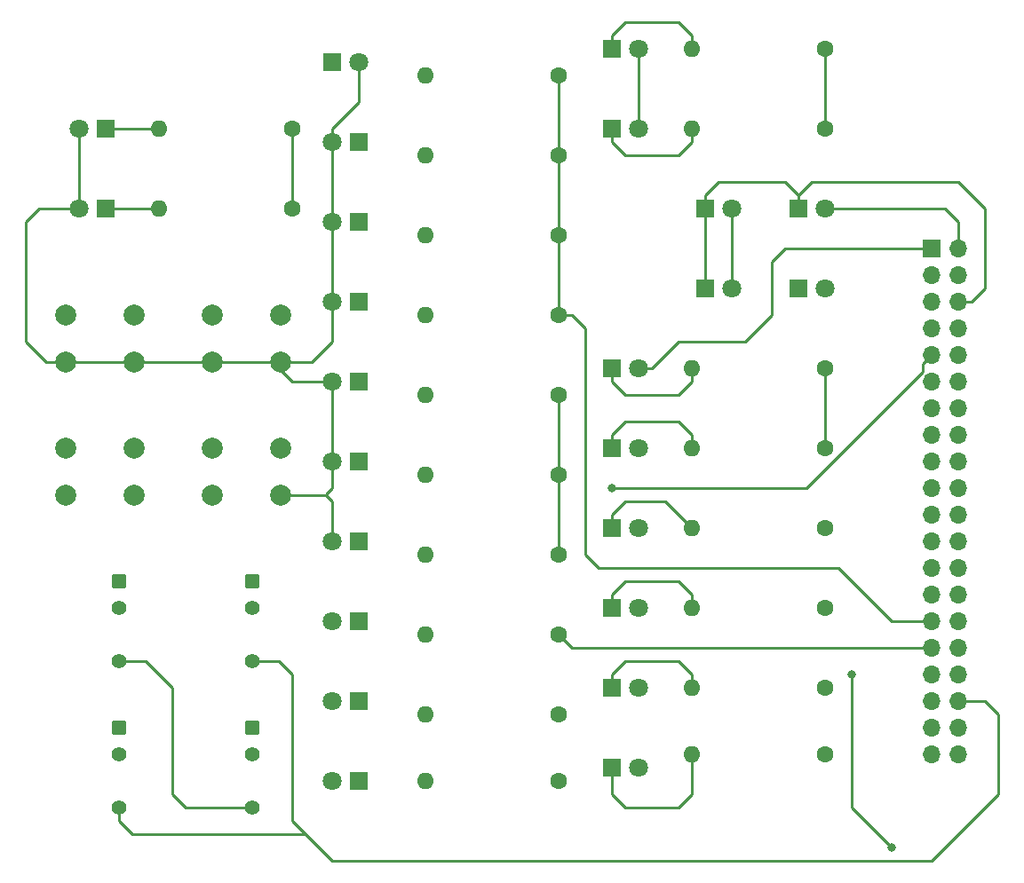
<source format=gbr>
G04 #@! TF.GenerationSoftware,KiCad,Pcbnew,(5.1.5)-3*
G04 #@! TF.CreationDate,2020-04-13T15:09:24+01:00*
G04 #@! TF.ProjectId,TL1,544c312e-6b69-4636-9164-5f7063625858,rev?*
G04 #@! TF.SameCoordinates,Original*
G04 #@! TF.FileFunction,Copper,L1,Top*
G04 #@! TF.FilePolarity,Positive*
%FSLAX46Y46*%
G04 Gerber Fmt 4.6, Leading zero omitted, Abs format (unit mm)*
G04 Created by KiCad (PCBNEW (5.1.5)-3) date 2020-04-13 15:09:24*
%MOMM*%
%LPD*%
G04 APERTURE LIST*
%ADD10C,1.800000*%
%ADD11R,1.800000X1.800000*%
%ADD12C,1.400000*%
%ADD13C,0.100000*%
%ADD14C,2.000000*%
%ADD15O,1.600000X1.600000*%
%ADD16C,1.600000*%
%ADD17O,1.700000X1.700000*%
%ADD18R,1.700000X1.700000*%
%ADD19C,0.800000*%
%ADD20C,0.250000*%
G04 APERTURE END LIST*
D10*
X101600000Y-64770000D03*
D11*
X104140000Y-64770000D03*
D10*
X101600000Y-57150000D03*
D11*
X104140000Y-57150000D03*
D10*
X154940000Y-49530000D03*
D11*
X152400000Y-49530000D03*
D10*
X154940000Y-57150000D03*
D11*
X152400000Y-57150000D03*
D12*
X105410000Y-121920000D03*
X105410000Y-116840000D03*
G04 #@! TA.AperFunction,ComponentPad*
D13*
G36*
X105885226Y-113601200D02*
G01*
X105909417Y-113604788D01*
X105933139Y-113610730D01*
X105956165Y-113618969D01*
X105978272Y-113629425D01*
X105999248Y-113641998D01*
X106018891Y-113656566D01*
X106037011Y-113672989D01*
X106053434Y-113691109D01*
X106068002Y-113710752D01*
X106080575Y-113731728D01*
X106091031Y-113753835D01*
X106099270Y-113776861D01*
X106105212Y-113800583D01*
X106108800Y-113824774D01*
X106110000Y-113849200D01*
X106110000Y-114750800D01*
X106108800Y-114775226D01*
X106105212Y-114799417D01*
X106099270Y-114823139D01*
X106091031Y-114846165D01*
X106080575Y-114868272D01*
X106068002Y-114889248D01*
X106053434Y-114908891D01*
X106037011Y-114927011D01*
X106018891Y-114943434D01*
X105999248Y-114958002D01*
X105978272Y-114970575D01*
X105956165Y-114981031D01*
X105933139Y-114989270D01*
X105909417Y-114995212D01*
X105885226Y-114998800D01*
X105860800Y-115000000D01*
X104959200Y-115000000D01*
X104934774Y-114998800D01*
X104910583Y-114995212D01*
X104886861Y-114989270D01*
X104863835Y-114981031D01*
X104841728Y-114970575D01*
X104820752Y-114958002D01*
X104801109Y-114943434D01*
X104782989Y-114927011D01*
X104766566Y-114908891D01*
X104751998Y-114889248D01*
X104739425Y-114868272D01*
X104728969Y-114846165D01*
X104720730Y-114823139D01*
X104714788Y-114799417D01*
X104711200Y-114775226D01*
X104710000Y-114750800D01*
X104710000Y-113849200D01*
X104711200Y-113824774D01*
X104714788Y-113800583D01*
X104720730Y-113776861D01*
X104728969Y-113753835D01*
X104739425Y-113731728D01*
X104751998Y-113710752D01*
X104766566Y-113691109D01*
X104782989Y-113672989D01*
X104801109Y-113656566D01*
X104820752Y-113641998D01*
X104841728Y-113629425D01*
X104863835Y-113618969D01*
X104886861Y-113610730D01*
X104910583Y-113604788D01*
X104934774Y-113601200D01*
X104959200Y-113600000D01*
X105860800Y-113600000D01*
X105885226Y-113601200D01*
G37*
G04 #@! TD.AperFunction*
D12*
X118110000Y-107950000D03*
X118110000Y-102870000D03*
G04 #@! TA.AperFunction,ComponentPad*
D13*
G36*
X118585226Y-99631200D02*
G01*
X118609417Y-99634788D01*
X118633139Y-99640730D01*
X118656165Y-99648969D01*
X118678272Y-99659425D01*
X118699248Y-99671998D01*
X118718891Y-99686566D01*
X118737011Y-99702989D01*
X118753434Y-99721109D01*
X118768002Y-99740752D01*
X118780575Y-99761728D01*
X118791031Y-99783835D01*
X118799270Y-99806861D01*
X118805212Y-99830583D01*
X118808800Y-99854774D01*
X118810000Y-99879200D01*
X118810000Y-100780800D01*
X118808800Y-100805226D01*
X118805212Y-100829417D01*
X118799270Y-100853139D01*
X118791031Y-100876165D01*
X118780575Y-100898272D01*
X118768002Y-100919248D01*
X118753434Y-100938891D01*
X118737011Y-100957011D01*
X118718891Y-100973434D01*
X118699248Y-100988002D01*
X118678272Y-101000575D01*
X118656165Y-101011031D01*
X118633139Y-101019270D01*
X118609417Y-101025212D01*
X118585226Y-101028800D01*
X118560800Y-101030000D01*
X117659200Y-101030000D01*
X117634774Y-101028800D01*
X117610583Y-101025212D01*
X117586861Y-101019270D01*
X117563835Y-101011031D01*
X117541728Y-101000575D01*
X117520752Y-100988002D01*
X117501109Y-100973434D01*
X117482989Y-100957011D01*
X117466566Y-100938891D01*
X117451998Y-100919248D01*
X117439425Y-100898272D01*
X117428969Y-100876165D01*
X117420730Y-100853139D01*
X117414788Y-100829417D01*
X117411200Y-100805226D01*
X117410000Y-100780800D01*
X117410000Y-99879200D01*
X117411200Y-99854774D01*
X117414788Y-99830583D01*
X117420730Y-99806861D01*
X117428969Y-99783835D01*
X117439425Y-99761728D01*
X117451998Y-99740752D01*
X117466566Y-99721109D01*
X117482989Y-99702989D01*
X117501109Y-99686566D01*
X117520752Y-99671998D01*
X117541728Y-99659425D01*
X117563835Y-99648969D01*
X117586861Y-99640730D01*
X117610583Y-99634788D01*
X117634774Y-99631200D01*
X117659200Y-99630000D01*
X118560800Y-99630000D01*
X118585226Y-99631200D01*
G37*
G04 #@! TD.AperFunction*
D12*
X105410000Y-107950000D03*
X105410000Y-102870000D03*
G04 #@! TA.AperFunction,ComponentPad*
D13*
G36*
X105885226Y-99631200D02*
G01*
X105909417Y-99634788D01*
X105933139Y-99640730D01*
X105956165Y-99648969D01*
X105978272Y-99659425D01*
X105999248Y-99671998D01*
X106018891Y-99686566D01*
X106037011Y-99702989D01*
X106053434Y-99721109D01*
X106068002Y-99740752D01*
X106080575Y-99761728D01*
X106091031Y-99783835D01*
X106099270Y-99806861D01*
X106105212Y-99830583D01*
X106108800Y-99854774D01*
X106110000Y-99879200D01*
X106110000Y-100780800D01*
X106108800Y-100805226D01*
X106105212Y-100829417D01*
X106099270Y-100853139D01*
X106091031Y-100876165D01*
X106080575Y-100898272D01*
X106068002Y-100919248D01*
X106053434Y-100938891D01*
X106037011Y-100957011D01*
X106018891Y-100973434D01*
X105999248Y-100988002D01*
X105978272Y-101000575D01*
X105956165Y-101011031D01*
X105933139Y-101019270D01*
X105909417Y-101025212D01*
X105885226Y-101028800D01*
X105860800Y-101030000D01*
X104959200Y-101030000D01*
X104934774Y-101028800D01*
X104910583Y-101025212D01*
X104886861Y-101019270D01*
X104863835Y-101011031D01*
X104841728Y-101000575D01*
X104820752Y-100988002D01*
X104801109Y-100973434D01*
X104782989Y-100957011D01*
X104766566Y-100938891D01*
X104751998Y-100919248D01*
X104739425Y-100898272D01*
X104728969Y-100876165D01*
X104720730Y-100853139D01*
X104714788Y-100829417D01*
X104711200Y-100805226D01*
X104710000Y-100780800D01*
X104710000Y-99879200D01*
X104711200Y-99854774D01*
X104714788Y-99830583D01*
X104720730Y-99806861D01*
X104728969Y-99783835D01*
X104739425Y-99761728D01*
X104751998Y-99740752D01*
X104766566Y-99721109D01*
X104782989Y-99702989D01*
X104801109Y-99686566D01*
X104820752Y-99671998D01*
X104841728Y-99659425D01*
X104863835Y-99648969D01*
X104886861Y-99640730D01*
X104910583Y-99634788D01*
X104934774Y-99631200D01*
X104959200Y-99630000D01*
X105860800Y-99630000D01*
X105885226Y-99631200D01*
G37*
G04 #@! TD.AperFunction*
D12*
X118110000Y-121920000D03*
X118110000Y-116840000D03*
G04 #@! TA.AperFunction,ComponentPad*
D13*
G36*
X118585226Y-113601200D02*
G01*
X118609417Y-113604788D01*
X118633139Y-113610730D01*
X118656165Y-113618969D01*
X118678272Y-113629425D01*
X118699248Y-113641998D01*
X118718891Y-113656566D01*
X118737011Y-113672989D01*
X118753434Y-113691109D01*
X118768002Y-113710752D01*
X118780575Y-113731728D01*
X118791031Y-113753835D01*
X118799270Y-113776861D01*
X118805212Y-113800583D01*
X118808800Y-113824774D01*
X118810000Y-113849200D01*
X118810000Y-114750800D01*
X118808800Y-114775226D01*
X118805212Y-114799417D01*
X118799270Y-114823139D01*
X118791031Y-114846165D01*
X118780575Y-114868272D01*
X118768002Y-114889248D01*
X118753434Y-114908891D01*
X118737011Y-114927011D01*
X118718891Y-114943434D01*
X118699248Y-114958002D01*
X118678272Y-114970575D01*
X118656165Y-114981031D01*
X118633139Y-114989270D01*
X118609417Y-114995212D01*
X118585226Y-114998800D01*
X118560800Y-115000000D01*
X117659200Y-115000000D01*
X117634774Y-114998800D01*
X117610583Y-114995212D01*
X117586861Y-114989270D01*
X117563835Y-114981031D01*
X117541728Y-114970575D01*
X117520752Y-114958002D01*
X117501109Y-114943434D01*
X117482989Y-114927011D01*
X117466566Y-114908891D01*
X117451998Y-114889248D01*
X117439425Y-114868272D01*
X117428969Y-114846165D01*
X117420730Y-114823139D01*
X117414788Y-114799417D01*
X117411200Y-114775226D01*
X117410000Y-114750800D01*
X117410000Y-113849200D01*
X117411200Y-113824774D01*
X117414788Y-113800583D01*
X117420730Y-113776861D01*
X117428969Y-113753835D01*
X117439425Y-113731728D01*
X117451998Y-113710752D01*
X117466566Y-113691109D01*
X117482989Y-113672989D01*
X117501109Y-113656566D01*
X117520752Y-113641998D01*
X117541728Y-113629425D01*
X117563835Y-113618969D01*
X117586861Y-113610730D01*
X117610583Y-113604788D01*
X117634774Y-113601200D01*
X117659200Y-113600000D01*
X118560800Y-113600000D01*
X118585226Y-113601200D01*
G37*
G04 #@! TD.AperFunction*
D14*
X106830000Y-74930000D03*
X106830000Y-79430000D03*
X100330000Y-74930000D03*
X100330000Y-79430000D03*
X120800000Y-74930000D03*
X120800000Y-79430000D03*
X114300000Y-74930000D03*
X114300000Y-79430000D03*
X106830000Y-87630000D03*
X106830000Y-92130000D03*
X100330000Y-87630000D03*
X100330000Y-92130000D03*
X120800000Y-87630000D03*
X120800000Y-92130000D03*
X114300000Y-87630000D03*
X114300000Y-92130000D03*
D10*
X125730000Y-104140000D03*
D11*
X128270000Y-104140000D03*
D10*
X125730000Y-73660000D03*
D11*
X128270000Y-73660000D03*
D10*
X125730000Y-66040000D03*
D11*
X128270000Y-66040000D03*
D10*
X125730000Y-58420000D03*
D11*
X128270000Y-58420000D03*
D10*
X128270000Y-50800000D03*
D11*
X125730000Y-50800000D03*
D10*
X125730000Y-96520000D03*
D11*
X128270000Y-96520000D03*
D10*
X125730000Y-88900000D03*
D11*
X128270000Y-88900000D03*
D10*
X125730000Y-81280000D03*
D11*
X128270000Y-81280000D03*
D10*
X154940000Y-102870000D03*
D11*
X152400000Y-102870000D03*
D10*
X154940000Y-95250000D03*
D11*
X152400000Y-95250000D03*
D10*
X154940000Y-87630000D03*
D11*
X152400000Y-87630000D03*
D10*
X154940000Y-80010000D03*
D11*
X152400000Y-80010000D03*
D15*
X109220000Y-64770000D03*
D16*
X121920000Y-64770000D03*
D15*
X109220000Y-57150000D03*
D16*
X121920000Y-57150000D03*
D15*
X160020000Y-49530000D03*
D16*
X172720000Y-49530000D03*
D15*
X160020000Y-57150000D03*
D16*
X172720000Y-57150000D03*
D15*
X134620000Y-105410000D03*
D16*
X147320000Y-105410000D03*
D15*
X134620000Y-97790000D03*
D16*
X147320000Y-97790000D03*
D15*
X134620000Y-90170000D03*
D16*
X147320000Y-90170000D03*
D15*
X134620000Y-82550000D03*
D16*
X147320000Y-82550000D03*
D15*
X134620000Y-74930000D03*
D16*
X147320000Y-74930000D03*
D15*
X134620000Y-67310000D03*
D16*
X147320000Y-67310000D03*
D15*
X134620000Y-59690000D03*
D16*
X147320000Y-59690000D03*
D15*
X134620000Y-52070000D03*
D16*
X147320000Y-52070000D03*
D15*
X160020000Y-116840000D03*
D16*
X172720000Y-116840000D03*
D15*
X160020000Y-110490000D03*
D16*
X172720000Y-110490000D03*
D15*
X134620000Y-119380000D03*
D16*
X147320000Y-119380000D03*
D15*
X134620000Y-113030000D03*
D16*
X147320000Y-113030000D03*
D15*
X160020000Y-102870000D03*
D16*
X172720000Y-102870000D03*
D15*
X160020000Y-95250000D03*
D16*
X172720000Y-95250000D03*
D15*
X160020000Y-87630000D03*
D16*
X172720000Y-87630000D03*
D15*
X160020000Y-80010000D03*
D16*
X172720000Y-80010000D03*
D17*
X185420000Y-116840000D03*
X182880000Y-116840000D03*
X185420000Y-114300000D03*
X182880000Y-114300000D03*
X185420000Y-111760000D03*
X182880000Y-111760000D03*
X185420000Y-109220000D03*
X182880000Y-109220000D03*
X185420000Y-106680000D03*
X182880000Y-106680000D03*
X185420000Y-104140000D03*
X182880000Y-104140000D03*
X185420000Y-101600000D03*
X182880000Y-101600000D03*
X185420000Y-99060000D03*
X182880000Y-99060000D03*
X185420000Y-96520000D03*
X182880000Y-96520000D03*
X185420000Y-93980000D03*
X182880000Y-93980000D03*
X185420000Y-91440000D03*
X182880000Y-91440000D03*
X185420000Y-88900000D03*
X182880000Y-88900000D03*
X185420000Y-86360000D03*
X182880000Y-86360000D03*
X185420000Y-83820000D03*
X182880000Y-83820000D03*
X185420000Y-81280000D03*
X182880000Y-81280000D03*
X185420000Y-78740000D03*
X182880000Y-78740000D03*
X185420000Y-76200000D03*
X182880000Y-76200000D03*
X185420000Y-73660000D03*
X182880000Y-73660000D03*
X185420000Y-71120000D03*
X182880000Y-71120000D03*
X185420000Y-68580000D03*
D18*
X182880000Y-68580000D03*
D10*
X172720000Y-72390000D03*
D11*
X170180000Y-72390000D03*
D10*
X172720000Y-64770000D03*
D11*
X170180000Y-64770000D03*
D10*
X163830000Y-72390000D03*
D11*
X161290000Y-72390000D03*
D10*
X163830000Y-64770000D03*
D11*
X161290000Y-64770000D03*
D10*
X154940000Y-118110000D03*
D11*
X152400000Y-118110000D03*
D10*
X154940000Y-110490000D03*
D11*
X152400000Y-110490000D03*
D10*
X125730000Y-119380000D03*
D11*
X128270000Y-119380000D03*
D10*
X125730000Y-111760000D03*
D11*
X128270000Y-111760000D03*
D19*
X179070000Y-125730000D03*
X175260000Y-109220000D03*
X152400000Y-91440000D03*
D20*
X156210000Y-80010000D02*
X154940000Y-80010000D01*
X158750000Y-77470000D02*
X156210000Y-80010000D01*
X168910000Y-68580000D02*
X167640000Y-69850000D01*
X182880000Y-68580000D02*
X168910000Y-68580000D01*
X167640000Y-74930000D02*
X165100000Y-77470000D01*
X167640000Y-69850000D02*
X167640000Y-74930000D01*
X165100000Y-77470000D02*
X158750000Y-77470000D01*
X152400000Y-110490000D02*
X152400000Y-109220000D01*
X152400000Y-109220000D02*
X153670000Y-107950000D01*
X153670000Y-107950000D02*
X158750000Y-107950000D01*
X158750000Y-107950000D02*
X160020000Y-109220000D01*
X160020000Y-109220000D02*
X160020000Y-110490000D01*
X158750000Y-121920000D02*
X160020000Y-120650000D01*
X153670000Y-121920000D02*
X158750000Y-121920000D01*
X160020000Y-120650000D02*
X160020000Y-116840000D01*
X152400000Y-118110000D02*
X152400000Y-120650000D01*
X152400000Y-120650000D02*
X153670000Y-121920000D01*
X163830000Y-64770000D02*
X163830000Y-72390000D01*
X171450000Y-62230000D02*
X170180000Y-63500000D01*
X187960000Y-64770000D02*
X185420000Y-62230000D01*
X186690000Y-73660000D02*
X187960000Y-72390000D01*
X185420000Y-62230000D02*
X171450000Y-62230000D01*
X185420000Y-73660000D02*
X186690000Y-73660000D01*
X187960000Y-72390000D02*
X187960000Y-64770000D01*
X161290000Y-64770000D02*
X161290000Y-63500000D01*
X161290000Y-63500000D02*
X162560000Y-62230000D01*
X162560000Y-62230000D02*
X168910000Y-62230000D01*
X168910000Y-62230000D02*
X170180000Y-63500000D01*
X170180000Y-63500000D02*
X170180000Y-64770000D01*
X161290000Y-64770000D02*
X161290000Y-72390000D01*
X172720000Y-64770000D02*
X184150000Y-64770000D01*
X184150000Y-64770000D02*
X185420000Y-66040000D01*
X185420000Y-66040000D02*
X185420000Y-68580000D01*
X185420000Y-111760000D02*
X186690000Y-111760000D01*
X185420000Y-111760000D02*
X187960000Y-111760000D01*
X187960000Y-111760000D02*
X189230000Y-113030000D01*
X189230000Y-113030000D02*
X189230000Y-120650000D01*
X189230000Y-120650000D02*
X185420000Y-124460000D01*
X123190000Y-124460000D02*
X121920000Y-123190000D01*
X121920000Y-123190000D02*
X121920000Y-109220000D01*
X121920000Y-109220000D02*
X120650000Y-107950000D01*
X120650000Y-107950000D02*
X118110000Y-107950000D01*
X123190000Y-124460000D02*
X106680000Y-124460000D01*
X106680000Y-124460000D02*
X105410000Y-123190000D01*
X105410000Y-123190000D02*
X105410000Y-121920000D01*
X185420000Y-124460000D02*
X182880000Y-127000000D01*
X182880000Y-127000000D02*
X125730000Y-127000000D01*
X125730000Y-127000000D02*
X123190000Y-124460000D01*
X182880000Y-106680000D02*
X148590000Y-106680000D01*
X148590000Y-106680000D02*
X147320000Y-105410000D01*
X147320000Y-97790000D02*
X147320000Y-90170000D01*
X147320000Y-90170000D02*
X147320000Y-82550000D01*
X182880000Y-104140000D02*
X179070000Y-104140000D01*
X179070000Y-104140000D02*
X173990000Y-99060000D01*
X173990000Y-99060000D02*
X151130000Y-99060000D01*
X151130000Y-99060000D02*
X149860000Y-97790000D01*
X149860000Y-97790000D02*
X149860000Y-76200000D01*
X149860000Y-76200000D02*
X148590000Y-74930000D01*
X148590000Y-74930000D02*
X147320000Y-74930000D01*
X147320000Y-74930000D02*
X147320000Y-67310000D01*
X147320000Y-67310000D02*
X147320000Y-59690000D01*
X147320000Y-59690000D02*
X147320000Y-52070000D01*
X105410000Y-107950000D02*
X107950000Y-107950000D01*
X107950000Y-107950000D02*
X110490000Y-110490000D01*
X110490000Y-110490000D02*
X110490000Y-120650000D01*
X110490000Y-120650000D02*
X111760000Y-121920000D01*
X111760000Y-121920000D02*
X118110000Y-121920000D01*
X154940000Y-49530000D02*
X154940000Y-57150000D01*
X120800000Y-92130000D02*
X125150000Y-92130000D01*
X125150000Y-92130000D02*
X125730000Y-92710000D01*
X125730000Y-92710000D02*
X125730000Y-96520000D01*
X125150000Y-92130000D02*
X125150000Y-92020000D01*
X125730000Y-91440000D02*
X125730000Y-88900000D01*
X125150000Y-92020000D02*
X125730000Y-91440000D01*
X125730000Y-88900000D02*
X125730000Y-81280000D01*
X125730000Y-81280000D02*
X121920000Y-81280000D01*
X121920000Y-81280000D02*
X120650000Y-80010000D01*
X120800000Y-79860000D02*
X120800000Y-79430000D01*
X120650000Y-80010000D02*
X120800000Y-79860000D01*
X120800000Y-79430000D02*
X123770000Y-79430000D01*
X123770000Y-79430000D02*
X125730000Y-77470000D01*
X125730000Y-77470000D02*
X125730000Y-73660000D01*
X125730000Y-73660000D02*
X125730000Y-66040000D01*
X125730000Y-66040000D02*
X125730000Y-58420000D01*
X125730000Y-58420000D02*
X125730000Y-57150000D01*
X128270000Y-54610000D02*
X128270000Y-50800000D01*
X125730000Y-57150000D02*
X128270000Y-54610000D01*
X101600000Y-57150000D02*
X101600000Y-64770000D01*
X96520000Y-77470000D02*
X98480000Y-79430000D01*
X96520000Y-66040000D02*
X96520000Y-77470000D01*
X98480000Y-79430000D02*
X100330000Y-79430000D01*
X101600000Y-64770000D02*
X97790000Y-64770000D01*
X97790000Y-64770000D02*
X96520000Y-66040000D01*
X100330000Y-79430000D02*
X106830000Y-79430000D01*
X106830000Y-79430000D02*
X114300000Y-79430000D01*
X114300000Y-79430000D02*
X120800000Y-79430000D01*
X179070000Y-125730000D02*
X175260000Y-121920000D01*
X175260000Y-121920000D02*
X175260000Y-109220000D01*
X175260000Y-109220000D02*
X175260000Y-109220000D01*
X121920000Y-57150000D02*
X121920000Y-64770000D01*
X172720000Y-49530000D02*
X172720000Y-57150000D01*
X172720000Y-80010000D02*
X172720000Y-87630000D01*
X182030001Y-80390997D02*
X173990000Y-88430998D01*
X182880000Y-78740000D02*
X182030001Y-79589999D01*
X182030001Y-79589999D02*
X182030001Y-80390997D01*
X173990000Y-88430998D02*
X170980998Y-91440000D01*
X170980998Y-91440000D02*
X152400000Y-91440000D01*
X152400000Y-91440000D02*
X152400000Y-91440000D01*
X152400000Y-80010000D02*
X152400000Y-81280000D01*
X152400000Y-81280000D02*
X153670000Y-82550000D01*
X153670000Y-82550000D02*
X158750000Y-82550000D01*
X160020000Y-81280000D02*
X160020000Y-80010000D01*
X158750000Y-82550000D02*
X160020000Y-81280000D01*
X152400000Y-87630000D02*
X152400000Y-86360000D01*
X152400000Y-86360000D02*
X153670000Y-85090000D01*
X153670000Y-85090000D02*
X158750000Y-85090000D01*
X158750000Y-85090000D02*
X160020000Y-86360000D01*
X160020000Y-86360000D02*
X160020000Y-87630000D01*
X152400000Y-95250000D02*
X152400000Y-93980000D01*
X152400000Y-93980000D02*
X153670000Y-92710000D01*
X157480000Y-92710000D02*
X160020000Y-95250000D01*
X153670000Y-92710000D02*
X157480000Y-92710000D01*
X152400000Y-102870000D02*
X152400000Y-101600000D01*
X152400000Y-101600000D02*
X153670000Y-100330000D01*
X153670000Y-100330000D02*
X158750000Y-100330000D01*
X160020000Y-101600000D02*
X160020000Y-102870000D01*
X158750000Y-100330000D02*
X160020000Y-101600000D01*
X152400000Y-57150000D02*
X152400000Y-58420000D01*
X152400000Y-58420000D02*
X153670000Y-59690000D01*
X153670000Y-59690000D02*
X158750000Y-59690000D01*
X158750000Y-59690000D02*
X160020000Y-58420000D01*
X160020000Y-58420000D02*
X160020000Y-57150000D01*
X152400000Y-49530000D02*
X152400000Y-48260000D01*
X152400000Y-48260000D02*
X153670000Y-46990000D01*
X153670000Y-46990000D02*
X158750000Y-46990000D01*
X158750000Y-46990000D02*
X160020000Y-48260000D01*
X160020000Y-48260000D02*
X160020000Y-49530000D01*
X104140000Y-57150000D02*
X109220000Y-57150000D01*
X104140000Y-64770000D02*
X109220000Y-64770000D01*
M02*

</source>
